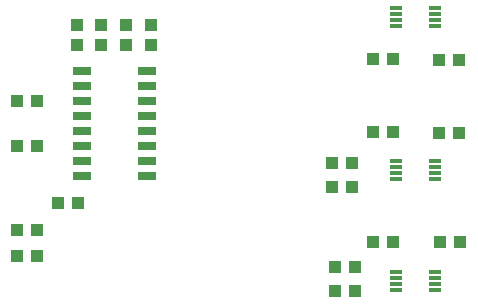
<source format=gbr>
G04 EAGLE Gerber RS-274X export*
G75*
%MOMM*%
%FSLAX34Y34*%
%LPD*%
%INSolderpaste Top*%
%IPPOS*%
%AMOC8*
5,1,8,0,0,1.08239X$1,22.5*%
G01*
%ADD10R,1.000000X0.300000*%
%ADD11R,1.550000X0.700000*%
%ADD12R,1.100000X1.000000*%
%ADD13R,1.000000X1.100000*%


D10*
X383530Y364610D03*
X383530Y369610D03*
X383530Y374610D03*
X383530Y379610D03*
X350530Y379610D03*
X350530Y374610D03*
X350530Y369610D03*
X350530Y364610D03*
D11*
X139010Y237490D03*
X139010Y250190D03*
X139010Y262890D03*
X139010Y275590D03*
X139010Y288290D03*
X139010Y300990D03*
X139010Y313690D03*
X139010Y326390D03*
X84510Y326390D03*
X84510Y313690D03*
X84510Y300990D03*
X84510Y288290D03*
X84510Y275590D03*
X84510Y262890D03*
X84510Y250190D03*
X84510Y237490D03*
D10*
X350530Y156344D03*
X350530Y151344D03*
X350530Y146344D03*
X350530Y141344D03*
X383530Y141344D03*
X383530Y146344D03*
X383530Y151344D03*
X383530Y156344D03*
D12*
X347590Y336804D03*
X330590Y336804D03*
X386470Y336042D03*
X403470Y336042D03*
X80890Y214630D03*
X63890Y214630D03*
X347590Y181864D03*
X330590Y181864D03*
X387740Y181864D03*
X404740Y181864D03*
D13*
X298332Y160782D03*
X315332Y160782D03*
D10*
X350530Y250070D03*
X350530Y245070D03*
X350530Y240070D03*
X350530Y235070D03*
X383530Y235070D03*
X383530Y240070D03*
X383530Y245070D03*
X383530Y250070D03*
D13*
X298332Y140208D03*
X315332Y140208D03*
X296300Y248920D03*
X313300Y248920D03*
X296300Y228346D03*
X313300Y228346D03*
D12*
X347590Y275336D03*
X330590Y275336D03*
X386470Y274320D03*
X403470Y274320D03*
D13*
X29600Y170180D03*
X46600Y170180D03*
X29600Y262890D03*
X46600Y262890D03*
X29600Y300990D03*
X46600Y300990D03*
X29600Y191770D03*
X46600Y191770D03*
D12*
X121666Y348370D03*
X121666Y365370D03*
X142748Y348370D03*
X142748Y365370D03*
X79756Y348370D03*
X79756Y365370D03*
X100584Y348370D03*
X100584Y365370D03*
M02*

</source>
